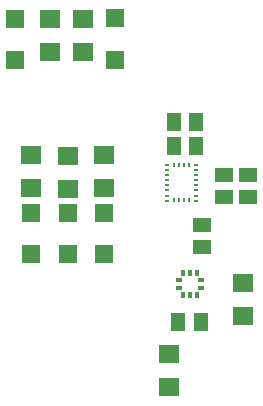
<source format=gtp>
G04 Layer_Color=8421504*
%FSLAX24Y24*%
%MOIN*%
G70*
G01*
G75*
%ADD10R,0.0512X0.0591*%
%ADD11R,0.0591X0.0512*%
%ADD12R,0.0709X0.0630*%
%ADD13R,0.0591X0.0591*%
%ADD14R,0.0217X0.0157*%
%ADD15R,0.0157X0.0213*%
%ADD16R,0.0157X0.0217*%
%ADD17R,0.0177X0.0109*%
%ADD18R,0.0109X0.0177*%
D10*
X10335Y2805D02*
D03*
X11083D02*
D03*
X10187Y9473D02*
D03*
X10935D02*
D03*
X10925Y8686D02*
D03*
X10177D02*
D03*
D11*
X11860Y7731D02*
D03*
Y6983D02*
D03*
X12648Y7731D02*
D03*
Y6983D02*
D03*
X11122Y6058D02*
D03*
Y5310D02*
D03*
D12*
X6043Y12911D02*
D03*
Y11809D02*
D03*
X7160Y12911D02*
D03*
Y11809D02*
D03*
X12500Y4104D02*
D03*
Y3002D02*
D03*
X10039Y1757D02*
D03*
Y655D02*
D03*
X6644Y7264D02*
D03*
Y8366D02*
D03*
X5413Y7274D02*
D03*
Y8376D02*
D03*
X7874Y7274D02*
D03*
Y8376D02*
D03*
D13*
X4897Y11540D02*
D03*
Y12918D02*
D03*
X8219Y11565D02*
D03*
Y12943D02*
D03*
X6644Y6447D02*
D03*
Y5069D02*
D03*
X7874Y6447D02*
D03*
Y5069D02*
D03*
X5413Y5069D02*
D03*
Y6447D02*
D03*
D14*
X11091Y4203D02*
D03*
X10366D02*
D03*
Y3966D02*
D03*
X11091D02*
D03*
D15*
X10492Y4451D02*
D03*
X10965D02*
D03*
X10492Y3719D02*
D03*
X10965D02*
D03*
D16*
X10728Y4447D02*
D03*
Y3722D02*
D03*
D17*
X9951Y7540D02*
D03*
Y7710D02*
D03*
Y7879D02*
D03*
Y8048D02*
D03*
Y7371D02*
D03*
Y7202D02*
D03*
Y7032D02*
D03*
Y6863D02*
D03*
X10915Y7540D02*
D03*
Y7710D02*
D03*
Y7879D02*
D03*
Y8048D02*
D03*
Y7371D02*
D03*
Y7202D02*
D03*
Y7032D02*
D03*
Y6863D02*
D03*
D18*
X10518Y8036D02*
D03*
X10687D02*
D03*
X10348D02*
D03*
X10179D02*
D03*
X10518Y6875D02*
D03*
X10687D02*
D03*
X10348D02*
D03*
X10179D02*
D03*
M02*

</source>
